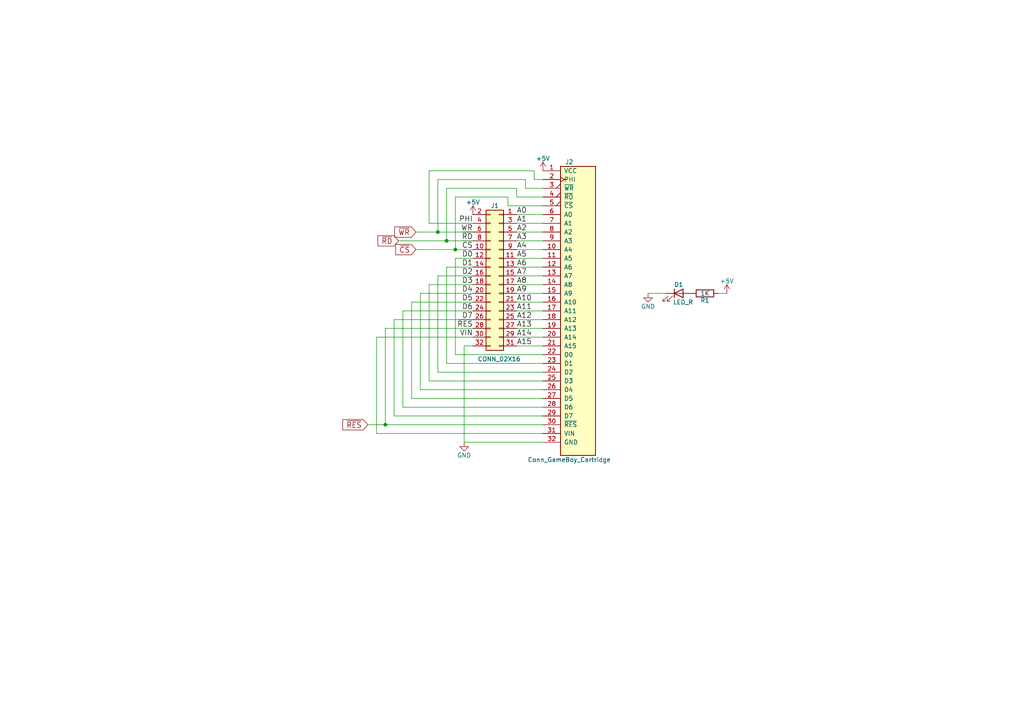
<source format=kicad_sch>
(kicad_sch (version 20211123) (generator eeschema)
  (paper "A4")
  (title_block (title "GB-BRK-M-XS") (rev "v1.0") (company "https://gekkio.fi"))
  (lib_symbols
    (symbol "Connector_Generic:Conn_02x16_Odd_Even" (pin_names (offset 1.016) hide)
      (property "Reference" "J" (at 1.27 20.32 0))
      (property "Value" "Conn_02x16_Odd_Even" (at 1.27 -22.86 0))
      (symbol "Conn_02x16_Odd_Even_1_1"
        (rectangle (start -1.27 -20.193) (end 0 -20.447) (stroke (width 0.1524)))
        (rectangle (start -1.27 -17.653) (end 0 -17.907) (stroke (width 0.1524)))
        (rectangle (start -1.27 -15.113) (end 0 -15.367) (stroke (width 0.1524)))
        (rectangle (start -1.27 -12.573) (end 0 -12.827) (stroke (width 0.1524)))
        (rectangle (start -1.27 -10.033) (end 0 -10.287) (stroke (width 0.1524)))
        (rectangle (start -1.27 -7.493) (end 0 -7.747) (stroke (width 0.1524)))
        (rectangle (start -1.27 -4.953) (end 0 -5.207) (stroke (width 0.1524)))
        (rectangle (start -1.27 -2.413) (end 0 -2.667) (stroke (width 0.1524)))
        (rectangle (start -1.27 0.127) (end 0 -0.127) (stroke (width 0.1524)))
        (rectangle (start -1.27 2.667) (end 0 2.413) (stroke (width 0.1524)))
        (rectangle (start -1.27 5.207) (end 0 4.953) (stroke (width 0.1524)))
        (rectangle (start -1.27 7.747) (end 0 7.493) (stroke (width 0.1524)))
        (rectangle (start -1.27 10.287) (end 0 10.033) (stroke (width 0.1524)))
        (rectangle (start -1.27 12.827) (end 0 12.573) (stroke (width 0.1524)))
        (rectangle (start -1.27 15.367) (end 0 15.113) (stroke (width 0.1524)))
        (rectangle (start -1.27 17.907) (end 0 17.653) (stroke (width 0.1524)))
        (rectangle (start -1.27 19.05) (end 3.81 -21.59) (stroke (width 0.254)) (fill (type background)))
        (rectangle (start 3.81 -20.193) (end 2.54 -20.447) (stroke (width 0.1524)))
        (rectangle (start 3.81 -17.653) (end 2.54 -17.907) (stroke (width 0.1524)))
        (rectangle (start 3.81 -15.113) (end 2.54 -15.367) (stroke (width 0.1524)))
        (rectangle (start 3.81 -12.573) (end 2.54 -12.827) (stroke (width 0.1524)))
        (rectangle (start 3.81 -10.033) (end 2.54 -10.287) (stroke (width 0.1524)))
        (rectangle (start 3.81 -7.493) (end 2.54 -7.747) (stroke (width 0.1524)))
        (rectangle (start 3.81 -4.953) (end 2.54 -5.207) (stroke (width 0.1524)))
        (rectangle (start 3.81 -2.413) (end 2.54 -2.667) (stroke (width 0.1524)))
        (rectangle (start 3.81 0.127) (end 2.54 -0.127) (stroke (width 0.1524)))
        (rectangle (start 3.81 2.667) (end 2.54 2.413) (stroke (width 0.1524)))
        (rectangle (start 3.81 5.207) (end 2.54 4.953) (stroke (width 0.1524)))
        (rectangle (start 3.81 7.747) (end 2.54 7.493) (stroke (width 0.1524)))
        (rectangle (start 3.81 10.287) (end 2.54 10.033) (stroke (width 0.1524)))
        (rectangle (start 3.81 12.827) (end 2.54 12.573) (stroke (width 0.1524)))
        (rectangle (start 3.81 15.367) (end 2.54 15.113) (stroke (width 0.1524)))
        (rectangle (start 3.81 17.907) (end 2.54 17.653) (stroke (width 0.1524)))
        (pin passive line (at -5.08 17.78 0) (length 3.81) (name "Pin_1") (number "1"))
        (pin passive line (at 7.62 7.62 180) (length 3.81) (name "Pin_10") (number "10"))
        (pin passive line (at -5.08 5.08 0) (length 3.81) (name "Pin_11") (number "11"))
        (pin passive line (at 7.62 5.08 180) (length 3.81) (name "Pin_12") (number "12"))
        (pin passive line (at -5.08 2.54 0) (length 3.81) (name "Pin_13") (number "13"))
        (pin passive line (at 7.62 2.54 180) (length 3.81) (name "Pin_14") (number "14"))
        (pin passive line (at -5.08 0 0) (length 3.81) (name "Pin_15") (number "15"))
        (pin passive line (at 7.62 0 180) (length 3.81) (name "Pin_16") (number "16"))
        (pin passive line (at -5.08 -2.54 0) (length 3.81) (name "Pin_17") (number "17"))
        (pin passive line (at 7.62 -2.54 180) (length 3.81) (name "Pin_18") (number "18"))
        (pin passive line (at -5.08 -5.08 0) (length 3.81) (name "Pin_19") (number "19"))
        (pin passive line (at 7.62 17.78 180) (length 3.81) (name "Pin_2") (number "2"))
        (pin passive line (at 7.62 -5.08 180) (length 3.81) (name "Pin_20") (number "20"))
        (pin passive line (at -5.08 -7.62 0) (length 3.81) (name "Pin_21") (number "21"))
        (pin passive line (at 7.62 -7.62 180) (length 3.81) (name "Pin_22") (number "22"))
        (pin passive line (at -5.08 -10.16 0) (length 3.81) (name "Pin_23") (number "23"))
        (pin passive line (at 7.62 -10.16 180) (length 3.81) (name "Pin_24") (number "24"))
        (pin passive line (at -5.08 -12.7 0) (length 3.81) (name "Pin_25") (number "25"))
        (pin passive line (at 7.62 -12.7 180) (length 3.81) (name "Pin_26") (number "26"))
        (pin passive line (at -5.08 -15.24 0) (length 3.81) (name "Pin_27") (number "27"))
        (pin passive line (at 7.62 -15.24 180) (length 3.81) (name "Pin_28") (number "28"))
        (pin passive line (at -5.08 -17.78 0) (length 3.81) (name "Pin_29") (number "29"))
        (pin passive line (at -5.08 15.24 0) (length 3.81) (name "Pin_3") (number "3"))
        (pin passive line (at 7.62 -17.78 180) (length 3.81) (name "Pin_30") (number "30"))
        (pin passive line (at -5.08 -20.32 0) (length 3.81) (name "Pin_31") (number "31"))
        (pin passive line (at 7.62 -20.32 180) (length 3.81) (name "Pin_32") (number "32"))
        (pin passive line (at 7.62 15.24 180) (length 3.81) (name "Pin_4") (number "4"))
        (pin passive line (at -5.08 12.7 0) (length 3.81) (name "Pin_5") (number "5"))
        (pin passive line (at 7.62 12.7 180) (length 3.81) (name "Pin_6") (number "6"))
        (pin passive line (at -5.08 10.16 0) (length 3.81) (name "Pin_7") (number "7"))
        (pin passive line (at 7.62 10.16 180) (length 3.81) (name "Pin_8") (number "8"))
        (pin passive line (at -5.08 7.62 0) (length 3.81) (name "Pin_9") (number "9"))
      )
    )
    (symbol "Device:LED" (pin_numbers hide) (pin_names (offset 1.016) hide)
      (property "Reference" "D" (at 0 2.54 0))
      (property "Value" "LED" (at 0 -2.54 0))
      (symbol "LED_0_1"
        (polyline (pts (xy -1.27 -1.27) (xy -1.27 1.27)) (stroke (width 0.254)))
        (polyline (pts (xy -1.27 0) (xy 1.27 0)))
        (polyline (pts (xy 1.27 -1.27) (xy 1.27 1.27) (xy -1.27 0) (xy 1.27 -1.27)) (stroke (width 0.254)))
        (polyline (pts (xy -3.048 -0.762) (xy -4.572 -2.286) (xy -3.81 -2.286) (xy -4.572 -2.286) (xy -4.572 -1.524)))
        (polyline (pts (xy -1.778 -0.762) (xy -3.302 -2.286) (xy -2.54 -2.286) (xy -3.302 -2.286) (xy -3.302 -1.524)))
      )
      (symbol "LED_1_1"
        (pin passive line (at -3.81 0 0) (length 2.54) (name "K") (number "1"))
        (pin passive line (at 3.81 0 180) (length 2.54) (name "A") (number "2"))
      )
    )
    (symbol "Device:R" (pin_numbers hide) (pin_names (offset 0))
      (property "Reference" "R" (at 2.032 0 90))
      (property "Value" "R" (at 0 0 90))
      (symbol "R_0_1"
        (rectangle (start -1.016 -2.54) (end 1.016 2.54) (stroke (width 0.254)))
      )
      (symbol "R_1_1"
        (pin passive line (at 0 3.81 270) (length 1.27) (name "~") (number "1"))
        (pin passive line (at 0 -3.81 90) (length 1.27) (name "~") (number "2"))
      )
    )
    (symbol "Gekkio_GameBoy:Conn_GameBoy_Cartridge" (pin_names (offset 1.016))
      (property "Reference" "J" (at -2.54 43.18 0))
      (property "Value" "Conn_GameBoy_Cartridge" (at -2.54 -43.18 0))
      (symbol "Conn_GameBoy_Cartridge_0_1"
        (rectangle (start -5.08 41.91) (end 5.08 -41.91) (stroke (width 0.254)) (fill (type background)))
      )
      (symbol "Conn_GameBoy_Cartridge_1_1"
        (pin power_out line (at -10.16 40.64 0) (length 5.08) (name "VCC") (number "1"))
        (pin output line (at -10.16 17.78 0) (length 5.08) (name "A4") (number "10"))
        (pin output line (at -10.16 15.24 0) (length 5.08) (name "A5") (number "11"))
        (pin output line (at -10.16 12.7 0) (length 5.08) (name "A6") (number "12"))
        (pin output line (at -10.16 10.16 0) (length 5.08) (name "A7") (number "13"))
        (pin output line (at -10.16 7.62 0) (length 5.08) (name "A8") (number "14"))
        (pin output line (at -10.16 5.08 0) (length 5.08) (name "A9") (number "15"))
        (pin output line (at -10.16 2.54 0) (length 5.08) (name "A10") (number "16"))
        (pin output line (at -10.16 0 0) (length 5.08) (name "A11") (number "17"))
        (pin output line (at -10.16 -2.54 0) (length 5.08) (name "A12") (number "18"))
        (pin output line (at -10.16 -5.08 0) (length 5.08) (name "A13") (number "19"))
        (pin output clock (at -10.16 38.1 0) (length 5.08) (name "PHI") (number "2"))
        (pin output line (at -10.16 -7.62 0) (length 5.08) (name "A14") (number "20"))
        (pin output line (at -10.16 -10.16 0) (length 5.08) (name "A15") (number "21"))
        (pin bidirectional line (at -10.16 -12.7 0) (length 5.08) (name "D0") (number "22"))
        (pin bidirectional line (at -10.16 -15.24 0) (length 5.08) (name "D1") (number "23"))
        (pin bidirectional line (at -10.16 -17.78 0) (length 5.08) (name "D2") (number "24"))
        (pin bidirectional line (at -10.16 -20.32 0) (length 5.08) (name "D3") (number "25"))
        (pin bidirectional line (at -10.16 -22.86 0) (length 5.08) (name "D4") (number "26"))
        (pin bidirectional line (at -10.16 -25.4 0) (length 5.08) (name "D5") (number "27"))
        (pin bidirectional line (at -10.16 -27.94 0) (length 5.08) (name "D6") (number "28"))
        (pin bidirectional line (at -10.16 -30.48 0) (length 5.08) (name "D7") (number "29"))
        (pin output output_low (at -10.16 35.56 0) (length 5.08) (name "~{WR}") (number "3"))
        (pin open_collector line (at -10.16 -33.02 0) (length 5.08) (name "~{RES}") (number "30"))
        (pin passive line (at -10.16 -35.56 0) (length 5.08) (name "VIN") (number "31"))
        (pin power_out line (at -10.16 -38.1 0) (length 5.08) (name "GND") (number "32"))
        (pin output output_low (at -10.16 33.02 0) (length 5.08) (name "~{RD}") (number "4"))
        (pin output output_low (at -10.16 30.48 0) (length 5.08) (name "~{CS}") (number "5"))
        (pin output line (at -10.16 27.94 0) (length 5.08) (name "A0") (number "6"))
        (pin output line (at -10.16 25.4 0) (length 5.08) (name "A1") (number "7"))
        (pin output line (at -10.16 22.86 0) (length 5.08) (name "A2") (number "8"))
        (pin output line (at -10.16 20.32 0) (length 5.08) (name "A3") (number "9"))
      )
    )
    (symbol "power:+5V" (power) (pin_names (offset 0))
      (property "Value" "+5V" (at 0 3.556 0))
      (symbol "+5V_0_1"
        (polyline (pts (xy -0.762 1.27) (xy 0 2.54)))
        (polyline (pts (xy 0 0) (xy 0 2.54)))
        (polyline (pts (xy 0 2.54) (xy 0.762 1.27)))
      )
      (symbol "+5V_1_1"
        (pin power_in line (at 0 0 90) (length 0) hide (name "+5V") (number "1"))
      )
    )
    (symbol "power:GND" (power) (pin_names (offset 0))
      (property "Value" "GND" (at 0 -3.81 0))
      (symbol "GND_0_1"
        (polyline (pts (xy 0 0) (xy 0 -1.27) (xy 1.27 -1.27) (xy 0 -2.54) (xy -1.27 -1.27) (xy 0 -1.27)))
      )
      (symbol "GND_1_1"
        (pin power_in line (at 0 0 270) (length 0) hide (name "GND") (number "1"))
      )
    )
  )
  (junction (at 111.76 123.19))
  (junction (at 129.54 69.85))
  (junction (at 132.08 72.39))
  (junction (at 127 67.31))
  (wire (pts (xy 129.54 105.41) (xy 129.54 77.47)))
  (wire (pts (xy 119.38 115.57) (xy 157.48 115.57)))
  (wire (pts (xy 124.46 110.49) (xy 157.48 110.49)))
  (wire (pts (xy 129.54 77.47) (xy 137.16 77.47)))
  (wire (pts (xy 111.76 123.19) (xy 157.48 123.19)))
  (wire (pts (xy 149.86 77.47) (xy 157.48 77.47)))
  (wire (pts (xy 129.54 105.41) (xy 157.48 105.41)))
  (wire (pts (xy 157.48 57.15) (xy 149.86 57.15)))
  (wire (pts (xy 149.86 97.79) (xy 157.48 97.79)))
  (wire (pts (xy 134.62 128.27) (xy 157.48 128.27)))
  (wire (pts (xy 116.84 118.11) (xy 116.84 90.17)))
  (wire (pts (xy 116.84 90.17) (xy 137.16 90.17)))
  (wire (pts (xy 127 67.31) (xy 137.16 67.31)))
  (wire (pts (xy 109.22 125.73) (xy 109.22 97.79)))
  (wire (pts (xy 127 80.01) (xy 137.16 80.01)))
  (wire (pts (xy 132.08 102.87) (xy 132.08 74.93)))
  (wire (pts (xy 149.86 92.71) (xy 157.48 92.71)))
  (wire (pts (xy 157.48 69.85) (xy 149.86 69.85)))
  (wire (pts (xy 124.46 49.53) (xy 124.46 64.77)))
  (wire (pts (xy 114.3 92.71) (xy 137.16 92.71)))
  (wire (pts (xy 149.86 82.55) (xy 157.48 82.55)))
  (wire (pts (xy 127 107.95) (xy 157.48 107.95)))
  (wire (pts (xy 109.22 97.79) (xy 137.16 97.79)))
  (wire (pts (xy 129.54 69.85) (xy 129.54 54.61)))
  (wire (pts (xy 149.86 67.31) (xy 157.48 67.31)))
  (wire (pts (xy 132.08 72.39) (xy 137.16 72.39)))
  (wire (pts (xy 157.48 52.07) (xy 154.94 52.07)))
  (wire (pts (xy 157.48 85.09) (xy 149.86 85.09)))
  (wire (pts (xy 134.62 100.33) (xy 137.16 100.33)))
  (wire (pts (xy 127 67.31) (xy 127 52.07)))
  (wire (pts (xy 119.38 87.63) (xy 137.16 87.63)))
  (wire (pts (xy 121.92 113.03) (xy 121.92 85.09)))
  (wire (pts (xy 152.4 54.61) (xy 152.4 52.07)))
  (wire (pts (xy 119.38 115.57) (xy 119.38 87.63)))
  (wire (pts (xy 149.86 57.15) (xy 149.86 54.61)))
  (wire (pts (xy 106.68 123.19) (xy 111.76 123.19)))
  (wire (pts (xy 154.94 49.53) (xy 124.46 49.53)))
  (wire (pts (xy 121.92 113.03) (xy 157.48 113.03)))
  (wire (pts (xy 157.48 64.77) (xy 149.86 64.77)))
  (wire (pts (xy 193.04 85.09) (xy 187.96 85.09)))
  (wire (pts (xy 121.92 85.09) (xy 137.16 85.09)))
  (wire (pts (xy 124.46 110.49) (xy 124.46 82.55)))
  (wire (pts (xy 114.3 120.65) (xy 114.3 92.71)))
  (wire (pts (xy 157.48 74.93) (xy 149.86 74.93)))
  (wire (pts (xy 111.76 123.19) (xy 111.76 95.25)))
  (wire (pts (xy 157.48 95.25) (xy 149.86 95.25)))
  (wire (pts (xy 134.62 100.33) (xy 134.62 128.27)))
  (wire (pts (xy 149.86 62.23) (xy 157.48 62.23)))
  (wire (pts (xy 111.76 95.25) (xy 137.16 95.25)))
  (wire (pts (xy 124.46 82.55) (xy 137.16 82.55)))
  (wire (pts (xy 124.46 64.77) (xy 137.16 64.77)))
  (wire (pts (xy 137.16 74.93) (xy 132.08 74.93)))
  (wire (pts (xy 157.48 80.01) (xy 149.86 80.01)))
  (wire (pts (xy 120.65 72.39) (xy 132.08 72.39)))
  (wire (pts (xy 127 107.95) (xy 127 80.01)))
  (wire (pts (xy 157.48 54.61) (xy 152.4 54.61)))
  (wire (pts (xy 149.86 72.39) (xy 157.48 72.39)))
  (wire (pts (xy 152.4 52.07) (xy 127 52.07)))
  (wire (pts (xy 114.3 120.65) (xy 157.48 120.65)))
  (wire (pts (xy 115.57 69.85) (xy 129.54 69.85)))
  (wire (pts (xy 120.65 67.31) (xy 127 67.31)))
  (wire (pts (xy 109.22 125.73) (xy 157.48 125.73)))
  (wire (pts (xy 154.94 52.07) (xy 154.94 49.53)))
  (wire (pts (xy 132.08 57.15) (xy 132.08 72.39)))
  (wire (pts (xy 147.32 59.69) (xy 147.32 57.15)))
  (wire (pts (xy 157.48 90.17) (xy 149.86 90.17)))
  (wire (pts (xy 157.48 102.87) (xy 132.08 102.87)))
  (wire (pts (xy 129.54 69.85) (xy 137.16 69.85)))
  (wire (pts (xy 147.32 57.15) (xy 132.08 57.15)))
  (wire (pts (xy 157.48 59.69) (xy 147.32 59.69)))
  (wire (pts (xy 149.86 87.63) (xy 157.48 87.63)))
  (wire (pts (xy 116.84 118.11) (xy 157.48 118.11)))
  (wire (pts (xy 149.86 54.61) (xy 129.54 54.61)))
  (wire (pts (xy 157.48 100.33) (xy 149.86 100.33)))
  (wire (pts (xy 210.82 85.09) (xy 208.28 85.09)))
  (label "A5" (at 149.86 74.93 0) (effects (font (size 1.524 1.524))))
  (label "A0" (at 149.86 62.23 0) (effects (font (size 1.524 1.524))))
  (label "A7" (at 149.86 80.01 0) (effects (font (size 1.524 1.524))))
  (label "VIN" (at 137.16 97.79 180) (effects (font (size 1.524 1.524))))
  (label "A13" (at 149.86 95.25 0) (effects (font (size 1.524 1.524))))
  (label "A2" (at 149.86 67.31 0) (effects (font (size 1.524 1.524))))
  (label "PHI" (at 137.16 64.77 180) (effects (font (size 1.524 1.524))))
  (label "D6" (at 137.16 90.17 180) (effects (font (size 1.524 1.524))))
  (label "A11" (at 149.86 90.17 0) (effects (font (size 1.524 1.524))))
  (label "A3" (at 149.86 69.85 0) (effects (font (size 1.524 1.524))))
  (label "A4" (at 149.86 72.39 0) (effects (font (size 1.524 1.524))))
  (label "D0" (at 137.16 74.93 180) (effects (font (size 1.524 1.524))))
  (label "A1" (at 149.86 64.77 0) (effects (font (size 1.524 1.524))))
  (label "D3" (at 137.16 82.55 180) (effects (font (size 1.524 1.524))))
  (label "~{WR}" (at 137.16 67.31 180) (effects (font (size 1.524 1.524))))
  (label "D7" (at 137.16 92.71 180) (effects (font (size 1.524 1.524))))
  (label "~{RES}" (at 137.16 95.25 180) (effects (font (size 1.524 1.524))))
  (label "~{RD}" (at 137.16 69.85 180) (effects (font (size 1.524 1.524))))
  (label "D1" (at 137.16 77.47 180) (effects (font (size 1.524 1.524))))
  (label "D5" (at 137.16 87.63 180) (effects (font (size 1.524 1.524))))
  (label "A14" (at 149.86 97.79 0) (effects (font (size 1.524 1.524))))
  (label "A10" (at 149.86 87.63 0) (effects (font (size 1.524 1.524))))
  (label "D4" (at 137.16 85.09 180) (effects (font (size 1.524 1.524))))
  (label "A9" (at 149.86 85.09 0) (effects (font (size 1.524 1.524))))
  (label "A12" (at 149.86 92.71 0) (effects (font (size 1.524 1.524))))
  (label "A6" (at 149.86 77.47 0) (effects (font (size 1.524 1.524))))
  (label "~{CS}" (at 137.16 72.39 180) (effects (font (size 1.524 1.524))))
  (label "A8" (at 149.86 82.55 0) (effects (font (size 1.524 1.524))))
  (label "D2" (at 137.16 80.01 180) (effects (font (size 1.524 1.524))))
  (label "A15" (at 149.86 100.33 0) (effects (font (size 1.524 1.524))))
  (global_label "~{WR}" (shape input) (at 120.65 67.31 180) (effects (font (size 1.524 1.524))) (property "Intersheet References" "${INTERSHEET_REFS}" (effects hide)))
  (global_label "~{CS}" (shape input) (at 120.65 72.39 180) (effects (font (size 1.524 1.524))) (property "Intersheet References" "${INTERSHEET_REFS}" (effects hide)))
  (global_label "~{RES}" (shape input) (at 106.68 123.19 180) (effects (font (size 1.524 1.524))) (property "Intersheet References" "${INTERSHEET_REFS}" (effects hide)))
  (global_label "~{RD}" (shape input) (at 115.57 69.85 180) (effects (font (size 1.524 1.524))) (property "Intersheet References" "${INTERSHEET_REFS}" (effects hide)))
  (symbol (lib_id "Device:R") (at 204.47 85.09 270) (unit 1)
    (property "Reference" "R1" (at 204.47 87.122 90))
    (property "Value" "1K" (at 204.47 85.09 90))
    (property "Footprint" "Resistor_SMD:R_0603_1608Metric" (effects hide))
    (property "Datasheet" "https://www.vishay.com/docs/20035/dcrcwe3.pdf" (effects hide))
    (property "MFR" "Vishay" (effects hide))
    (property "MPN" "CRCW06031K00JNEA" (effects hide))
    (property "SPR" "Mouser" (effects hide))
    (property "SPN" "71-CRCW0603J-1.0K-E3" (effects hide))
    (property "Rating" "1/10W 5%" (effects hide))
  )
  (symbol (lib_id "Device:LED") (at 196.85 85.09 0) (unit 1)
    (property "Reference" "D1" (at 196.85 82.55 0))
    (property "Value" "LED_R" (at 198.12 87.63 0))
    (property "Footprint" "LED_SMD:LED_0603_1608Metric" (effects hide))
    (property "Datasheet" "http://katalog.we-online.com/led/datasheet/150060SS75000.pdf" (effects hide))
    (property "MFR" "Wurth Electronics" (effects hide))
    (property "MPN" "150060SS75000" (effects hide))
    (property "SPR" "Mouser" (effects hide))
    (property "SPN" "710-150060SS75000" (effects hide))
  )
  (symbol (lib_id "power:+5V") (at 157.48 49.53 0) (unit 1)
    (property "Reference" "#PWR01" (effects hide))
    (property "Value" "+5V" (at 157.48 45.974 0))
  )
  (symbol (lib_id "power:GND") (at 134.62 128.27 0) (unit 1)
    (property "Reference" "#PWR02" (effects hide))
    (property "Value" "GND" (at 134.62 132.08 0))
  )
  (symbol (lib_id "Connector_Generic:Conn_02x16_Odd_Even") (at 144.78 80.01 0) (mirror y) (unit 1)
    (property "Reference" "J1" (at 143.51 59.69 0))
    (property "Value" "CONN_02X16" (at 144.78 104.14 0))
    (property "Footprint" "Connector_PinHeader_2.54mm:PinHeader_2x16_P2.54mm_Vertical_SMD" (effects hide))
    (property "Datasheet" "http://www.molex.com/webdocs/datasheets/pdf/en-us//0015910400_PCB_HEADERS.pdf" (effects hide))
    (property "MFR" "Molex" (effects hide))
    (property "MPN" "15-91-0400" (effects hide))
    (property "SPR" "538-15-91-0400" (effects hide))
    (property "SPN" "Mouser" (effects hide))
  )
  (symbol (lib_id "power:+5V") (at 137.16 62.23 0) (unit 1)
    (property "Reference" "#PWR03" (effects hide))
    (property "Value" "+5V" (at 137.16 58.674 0))
  )
  (symbol (lib_id "power:+5V") (at 210.82 85.09 0) (unit 1)
    (property "Reference" "#PWR05" (effects hide))
    (property "Value" "+5V" (at 210.82 81.534 0))
  )
  (symbol (lib_id "power:GND") (at 187.96 85.09 0) (unit 1)
    (property "Reference" "#PWR04" (effects hide))
    (property "Value" "GND" (at 187.96 88.9 0))
  )
  (symbol (lib_id "Gekkio_GameBoy:Conn_GameBoy_Cartridge") (at 167.64 90.17 0) (unit 1)
    (property "Reference" "J2" (at 165.1 46.99 0))
    (property "Value" "Conn_GameBoy_Cartridge" (at 165.1 133.35 0))
    (property "Footprint" "Gekkio_GameBoy:GameBoy_Cartridge" (effects hide))
  )
)
</source>
